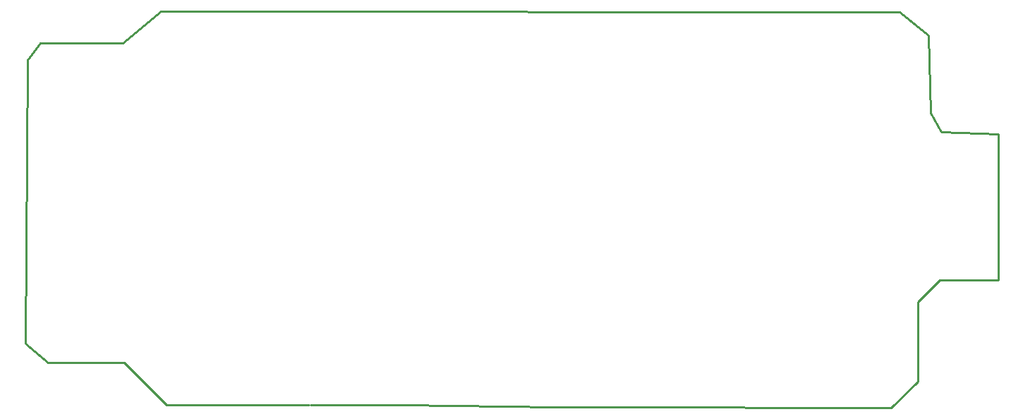
<source format=gko>
G04 Layer: BoardOutlineLayer*
G04 EasyEDA v6.5.51, 2026-01-08 14:15:24*
G04 8ef0b08dc1df4c4d9fe98ab44df64a74,135c0aa5003143b9a617c0a099cfb315,10*
G04 Gerber Generator version 0.2*
G04 Scale: 100 percent, Rotated: No, Reflected: No *
G04 Dimensions in millimeters *
G04 leading zeros omitted , absolute positions ,4 integer and 5 decimal *
%FSLAX45Y45*%
%MOMM*%

%ADD10C,0.2540*%
%ADD11C,0.0140*%
D10*
X2616200Y-469900D02*
G01*
X901700Y-469900D01*
X393700Y38100D01*
X-520700Y38100D01*
X-787400Y266700D01*
X-762000Y3657600D01*
X838200Y4254500D02*
G01*
X9702800Y4241800D01*
X10045700Y3962400D01*
X10071100Y3035300D01*
X10198100Y2806700D01*
X10883900Y2781300D01*
X10883900Y1028700D01*
X10185400Y1028700D01*
X9918700Y762000D01*
X9918700Y-190500D01*
X9601200Y-508000D01*
X8712200Y-508000D01*
X6985000Y-495300D01*
X6223000Y-495300D01*
X5562600Y-495300D01*
X3746500Y-469900D01*
X2628900Y-469900D01*
X-762000Y3670300D02*
G01*
X-609600Y3873500D01*
X376428Y3873500D01*
X838200Y4254500D01*

%LPD*%
M02*

</source>
